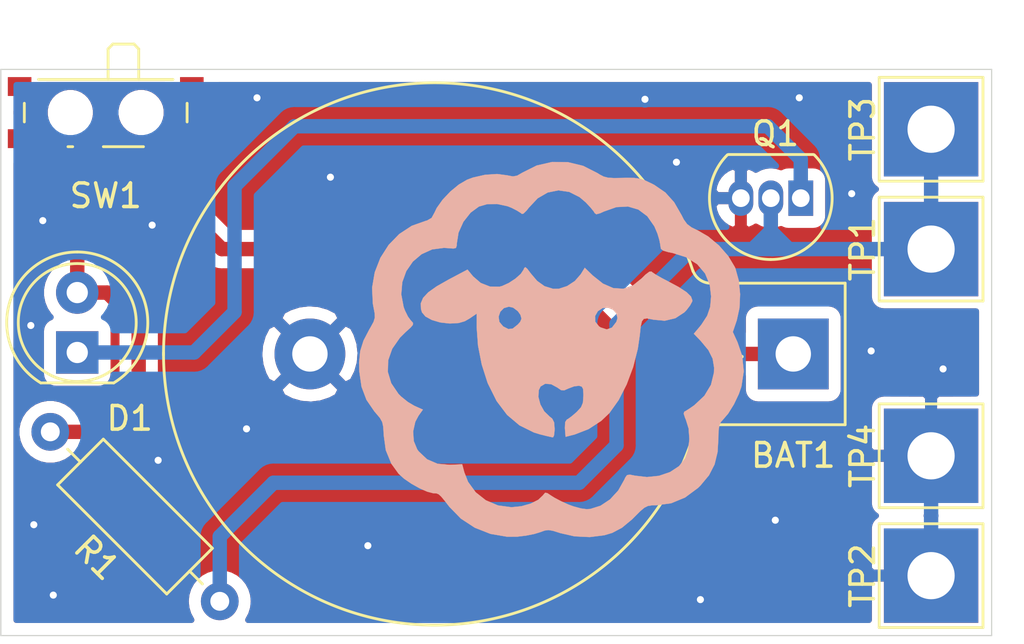
<source format=kicad_pcb>
(kicad_pcb (version 20171130) (host pcbnew "(5.1.4)-1")

  (general
    (thickness 1.6)
    (drawings 4)
    (tracks 58)
    (zones 0)
    (modules 10)
    (nets 7)
  )

  (page A4)
  (layers
    (0 F.Cu signal)
    (31 B.Cu signal)
    (32 B.Adhes user)
    (33 F.Adhes user)
    (34 B.Paste user)
    (35 F.Paste user)
    (36 B.SilkS user)
    (37 F.SilkS user)
    (38 B.Mask user)
    (39 F.Mask user)
    (40 Dwgs.User user)
    (41 Cmts.User user)
    (42 Eco1.User user)
    (43 Eco2.User user)
    (44 Edge.Cuts user)
    (45 Margin user)
    (46 B.CrtYd user)
    (47 F.CrtYd user)
    (48 B.Fab user)
    (49 F.Fab user)
  )

  (setup
    (last_trace_width 0.6096)
    (user_trace_width 0.1524)
    (user_trace_width 0.2032)
    (user_trace_width 0.254)
    (user_trace_width 0.4064)
    (user_trace_width 0.508)
    (user_trace_width 0.6096)
    (user_trace_width 1.016)
    (user_trace_width 1.934)
    (user_trace_width 2.032)
    (user_trace_width 2.54)
    (trace_clearance 0.15)
    (zone_clearance 0.508)
    (zone_45_only no)
    (trace_min 0.1)
    (via_size 0.7)
    (via_drill 0.3)
    (via_min_size 0.6)
    (via_min_drill 0.3)
    (user_via 0.6 0.3)
    (user_via 1.016 0.5)
    (uvia_size 0.3)
    (uvia_drill 0.1)
    (uvias_allowed no)
    (uvia_min_size 0.2)
    (uvia_min_drill 0.1)
    (edge_width 0.05)
    (segment_width 0.2)
    (pcb_text_width 0.3)
    (pcb_text_size 1.5 1.5)
    (mod_edge_width 0.12)
    (mod_text_size 1 1)
    (mod_text_width 0.15)
    (pad_size 1.524 1.524)
    (pad_drill 0.762)
    (pad_to_mask_clearance 0.051)
    (solder_mask_min_width 0.25)
    (aux_axis_origin 0 0)
    (visible_elements FEFFFF7F)
    (pcbplotparams
      (layerselection 0x010fc_ffffffff)
      (usegerberextensions false)
      (usegerberattributes false)
      (usegerberadvancedattributes false)
      (creategerberjobfile false)
      (excludeedgelayer true)
      (linewidth 0.100000)
      (plotframeref false)
      (viasonmask false)
      (mode 1)
      (useauxorigin false)
      (hpglpennumber 1)
      (hpglpenspeed 20)
      (hpglpendiameter 15.000000)
      (psnegative false)
      (psa4output false)
      (plotreference true)
      (plotvalue true)
      (plotinvisibletext false)
      (padsonsilk false)
      (subtractmaskfromsilk false)
      (outputformat 1)
      (mirror false)
      (drillshape 0)
      (scaleselection 1)
      (outputdirectory "./gbr"))
  )

  (net 0 "")
  (net 1 "Net-(BAT1-Pad1)")
  (net 2 GND)
  (net 3 +3V0)
  (net 4 "Net-(D1-Pad1)")
  (net 5 "Net-(Q1-Pad2)")
  (net 6 "Net-(SW1-Pad3)")

  (net_class Default "This is the default net class."
    (clearance 0.15)
    (trace_width 0.254)
    (via_dia 0.7)
    (via_drill 0.3)
    (uvia_dia 0.3)
    (uvia_drill 0.1)
    (add_net +3V0)
    (add_net GND)
    (add_net "Net-(BAT1-Pad1)")
    (add_net "Net-(D1-Pad1)")
    (add_net "Net-(Q1-Pad2)")
    (add_net "Net-(SW1-Pad3)")
  )

  (module logo_custom:sheep (layer B.Cu) (tedit 0) (tstamp 600525AB)
    (at 23.3045 -12.1285 180)
    (fp_text reference G*** (at 0 0) (layer B.SilkS) hide
      (effects (font (size 1.524 1.524) (thickness 0.3)) (justify mirror))
    )
    (fp_text value LOGO (at 0.75 0) (layer B.SilkS) hide
      (effects (font (size 1.524 1.524) (thickness 0.3)) (justify mirror))
    )
    (fp_poly (pts (xy 1.120178 3.448399) (xy 1.143419 3.385346) (xy 1.265201 3.202681) (xy 1.493396 3.000582)
      (xy 1.774997 2.81671) (xy 2.057001 2.688727) (xy 2.163477 2.660574) (xy 2.571022 2.66565)
      (xy 2.961932 2.818457) (xy 3.284689 3.096101) (xy 3.523442 3.38575) (xy 4.322888 2.963284)
      (xy 4.828168 2.676763) (xy 5.184653 2.423681) (xy 5.405442 2.187849) (xy 5.503637 1.953076)
      (xy 5.492339 1.70317) (xy 5.450558 1.569652) (xy 5.304307 1.396854) (xy 5.032988 1.249709)
      (xy 4.680656 1.145407) (xy 4.291363 1.101134) (xy 4.248521 1.100667) (xy 3.899378 1.12126)
      (xy 3.638608 1.196397) (xy 3.440815 1.309782) (xy 3.132667 1.518897) (xy 3.132667 0.925213)
      (xy 3.076619 0.162904) (xy 2.919588 -0.638058) (xy 2.678239 -1.394538) (xy 2.656911 -1.447884)
      (xy 2.289264 -2.18539) (xy 1.844631 -2.773942) (xy 1.31912 -3.217331) (xy 0.708838 -3.519348)
      (xy 0.447841 -3.599419) (xy 0.177091 -3.667184) (xy -0.025801 -3.712894) (xy -0.102455 -3.725333)
      (xy -0.142781 -3.649745) (xy -0.166595 -3.459025) (xy -0.169333 -3.35407) (xy -0.148978 -3.094568)
      (xy -0.069805 -2.935582) (xy 0.040572 -2.845273) (xy 0.269998 -2.623925) (xy 0.433991 -2.330502)
      (xy 0.517256 -2.015676) (xy 0.504497 -1.730117) (xy 0.425768 -1.569266) (xy 0.230633 -1.453979)
      (xy -0.023002 -1.472124) (xy -0.281869 -1.612415) (xy -0.443572 -1.722879) (xy -0.573962 -1.733662)
      (xy -0.760955 -1.651539) (xy -0.764685 -1.649611) (xy -0.998791 -1.562794) (xy -1.204865 -1.53911)
      (xy -1.21223 -1.540028) (xy -1.323698 -1.576922) (xy -1.377302 -1.676378) (xy -1.391607 -1.884165)
      (xy -1.390923 -1.980574) (xy -1.36959 -2.256925) (xy -1.291259 -2.448337) (xy -1.119175 -2.63799)
      (xy -1.087477 -2.667334) (xy -0.889289 -2.836844) (xy -0.730357 -2.951842) (xy -0.68558 -2.974695)
      (xy -0.617092 -3.083199) (xy -0.606151 -3.329585) (xy -0.608025 -3.356159) (xy -0.635 -3.70278)
      (xy -1.021982 -3.604) (xy -1.607174 -3.377574) (xy -2.149593 -3.023852) (xy -2.498255 -2.688763)
      (xy -2.883427 -2.147085) (xy -3.223164 -1.483651) (xy -3.499852 -0.743736) (xy -3.69588 0.027384)
      (xy -3.780053 0.606194) (xy -3.819261 0.970578) (xy -3.868977 1.192788) (xy -3.952278 1.299516)
      (xy -4.092238 1.317455) (xy -4.311933 1.273296) (xy -4.348783 1.264077) (xy -4.83691 1.217723)
      (xy -5.286987 1.323647) (xy -5.291263 1.326438) (xy -2.834802 1.326438) (xy -2.787342 1.169845)
      (xy -2.600349 0.926416) (xy -2.379564 0.848458) (xy -2.118915 0.934393) (xy -2.050839 0.978468)
      (xy -1.892461 1.176169) (xy -1.887829 1.306519) (xy 1.233184 1.306519) (xy 1.289537 1.168744)
      (xy 1.393194 1.054443) (xy 1.602581 0.887747) (xy 1.788239 0.86323) (xy 2.0067 0.973963)
      (xy 2.013161 0.978468) (xy 2.172079 1.168354) (xy 2.204769 1.388621) (xy 2.133726 1.597494)
      (xy 1.981448 1.753196) (xy 1.77043 1.813952) (xy 1.58607 1.771587) (xy 1.387939 1.621781)
      (xy 1.279379 1.46844) (xy 1.233184 1.306519) (xy -1.887829 1.306519) (xy -1.883984 1.414696)
      (xy -2.002789 1.623167) (xy -2.209164 1.75714) (xy -2.436044 1.771057) (xy -2.642938 1.688315)
      (xy -2.789355 1.53231) (xy -2.834802 1.326438) (xy -5.291263 1.326438) (xy -5.669873 1.573555)
      (xy -5.758514 1.66528) (xy -5.912461 1.866438) (xy -6.002055 2.033469) (xy -6.011333 2.07728)
      (xy -5.950793 2.242218) (xy -5.761452 2.428423) (xy -5.431727 2.645057) (xy -5.003636 2.874493)
      (xy -4.696076 3.03581) (xy -4.448407 3.178182) (xy -4.29894 3.279056) (xy -4.274698 3.303567)
      (xy -4.190671 3.29829) (xy -4.02776 3.176701) (xy -3.86613 3.016843) (xy -3.488521 2.712267)
      (xy -3.083775 2.57319) (xy -2.658757 2.599227) (xy -2.22033 2.789994) (xy -1.787216 3.133537)
      (xy -1.447893 3.462838) (xy -1.278463 3.188694) (xy -1.027615 2.901561) (xy -0.699114 2.685962)
      (xy -0.34858 2.571417) (xy -0.110229 2.568654) (xy 0.257003 2.681158) (xy 0.571536 2.905759)
      (xy 0.841576 3.223743) (xy 0.988874 3.417762) (xy 1.071739 3.487293) (xy 1.120178 3.448399)) (layer B.SilkS) (width 0.01))
    (fp_poly (pts (xy 0.590546 7.797271) (xy 1.196296 7.495256) (xy 1.197943 7.49417) (xy 1.417392 7.3678)
      (xy 1.595543 7.334058) (xy 1.821079 7.377038) (xy 1.832943 7.380295) (xy 2.269879 7.437267)
      (xy 2.778536 7.403748) (xy 3.292335 7.286959) (xy 3.540987 7.195053) (xy 3.889931 6.991462)
      (xy 4.251154 6.693287) (xy 4.57893 6.346683) (xy 4.827536 5.997803) (xy 4.921515 5.801549)
      (xy 5.045264 5.575993) (xy 5.235752 5.466397) (xy 5.286334 5.453818) (xy 5.884987 5.241871)
      (xy 6.416071 4.893294) (xy 6.864697 4.432387) (xy 7.215972 3.883451) (xy 7.455007 3.270787)
      (xy 7.56691 2.618695) (xy 7.53679 1.951477) (xy 7.512823 1.820334) (xy 7.459598 1.538945)
      (xy 7.452515 1.346328) (xy 7.504012 1.172367) (xy 7.626526 0.946953) (xy 7.685236 0.848359)
      (xy 7.930893 0.37688) (xy 8.06986 -0.065323) (xy 8.118784 -0.54811) (xy 8.109345 -0.931333)
      (xy 8.015097 -1.583126) (xy 7.805775 -2.137196) (xy 7.465757 -2.632869) (xy 7.406831 -2.699847)
      (xy 7.234741 -2.903776) (xy 7.137881 -3.077416) (xy 7.092872 -3.285783) (xy 7.076333 -3.59389)
      (xy 7.075639 -3.620817) (xy 6.987513 -4.268422) (xy 6.752348 -4.840435) (xy 6.441598 -5.270836)
      (xy 6.21282 -5.477725) (xy 5.901264 -5.691429) (xy 5.557626 -5.884038) (xy 5.232605 -6.027638)
      (xy 4.976898 -6.094319) (xy 4.942815 -6.096) (xy 4.83663 -6.101708) (xy 4.747647 -6.136579)
      (xy 4.645668 -6.227234) (xy 4.500499 -6.400295) (xy 4.290889 -6.670731) (xy 3.804716 -7.169651)
      (xy 3.213047 -7.556931) (xy 2.549154 -7.817971) (xy 1.846309 -7.938174) (xy 1.407692 -7.93573)
      (xy 1.043158 -7.891476) (xy 0.691864 -7.821575) (xy 0.455753 -7.750278) (xy 0.254699 -7.677696)
      (xy 0.092544 -7.6553) (xy -0.094268 -7.685614) (xy -0.369293 -7.771162) (xy -0.409409 -7.784642)
      (xy -1.01549 -7.922159) (xy -1.657317 -7.952924) (xy -2.270992 -7.87719) (xy -2.611849 -7.77589)
      (xy -3.023666 -7.557785) (xy -3.44541 -7.208544) (xy -3.551429 -7.102968) (xy -3.79771 -6.856409)
      (xy -3.974023 -6.70822) (xy -4.126413 -6.633423) (xy -4.300924 -6.607041) (xy -4.471238 -6.604)
      (xy -5.104951 -6.521379) (xy -5.699081 -6.276424) (xy -6.243811 -5.873498) (xy -6.352244 -5.767966)
      (xy -6.714058 -5.333101) (xy -6.950154 -4.875212) (xy -7.077174 -4.350562) (xy -7.112 -3.771066)
      (xy -7.120526 -3.430146) (xy -7.152763 -3.212646) (xy -7.218699 -3.073212) (xy -7.280366 -3.006542)
      (xy -7.526822 -2.719582) (xy -7.771191 -2.326224) (xy -7.979659 -1.886403) (xy -8.088813 -1.573661)
      (xy -8.188345 -0.927246) (xy -8.172473 -0.773075) (xy -6.931272 -0.773075) (xy -6.924293 -0.982419)
      (xy -6.798565 -1.498524) (xy -6.517373 -1.965113) (xy -6.091646 -2.364084) (xy -6.088878 -2.366092)
      (xy -5.87406 -2.51563) (xy -5.711007 -2.618281) (xy -5.663687 -2.64177) (xy -5.644305 -2.72626)
      (xy -5.701761 -2.904922) (xy -5.729995 -2.964496) (xy -5.849391 -3.347339) (xy -5.882829 -3.802415)
      (xy -5.831287 -4.256646) (xy -5.707912 -4.614333) (xy -5.444225 -4.946952) (xy -5.061303 -5.198643)
      (xy -4.594736 -5.357054) (xy -4.080114 -5.409831) (xy -3.583153 -5.351809) (xy -3.358532 -5.308007)
      (xy -3.238323 -5.32813) (xy -3.162989 -5.433751) (xy -3.126953 -5.517126) (xy -2.866894 -5.979459)
      (xy -2.518995 -6.357312) (xy -2.114934 -6.625899) (xy -1.686393 -6.760435) (xy -1.524 -6.771256)
      (xy -1.279538 -6.737197) (xy -0.965635 -6.651629) (xy -0.752895 -6.57401) (xy -0.445638 -6.434797)
      (xy -0.163723 -6.285882) (xy -0.028651 -6.201067) (xy 0.140625 -6.089699) (xy 0.232392 -6.076412)
      (xy 0.304161 -6.157092) (xy 0.316345 -6.176386) (xy 0.520706 -6.371642) (xy 0.844796 -6.534564)
      (xy 1.239562 -6.646465) (xy 1.65595 -6.688659) (xy 1.661108 -6.688666) (xy 2.232409 -6.611813)
      (xy 2.746361 -6.393996) (xy 3.177199 -6.054327) (xy 3.499155 -5.611918) (xy 3.658252 -5.207316)
      (xy 3.748701 -4.868333) (xy 4.266184 -4.891673) (xy 4.794644 -4.846353) (xy 5.234858 -4.657208)
      (xy 5.591253 -4.32214) (xy 5.656538 -4.232044) (xy 5.801275 -3.88153) (xy 5.827257 -3.473342)
      (xy 5.736854 -3.068139) (xy 5.601074 -2.81236) (xy 5.414189 -2.549904) (xy 5.776261 -2.389183)
      (xy 6.051499 -2.226334) (xy 6.336159 -1.996863) (xy 6.451278 -1.881029) (xy 6.756115 -1.431931)
      (xy 6.900327 -0.952642) (xy 6.885913 -0.460172) (xy 6.714872 0.028473) (xy 6.389201 0.496283)
      (xy 6.143346 0.7399) (xy 5.934413 0.928658) (xy 5.836587 1.044539) (xy 5.832841 1.125373)
      (xy 5.906149 1.208991) (xy 5.924643 1.225835) (xy 6.046673 1.391988) (xy 6.173306 1.648422)
      (xy 6.229985 1.79903) (xy 6.331126 2.334611) (xy 6.288393 2.849281) (xy 6.119035 3.320125)
      (xy 5.840301 3.724232) (xy 5.469439 4.038689) (xy 5.023699 4.240584) (xy 4.520328 4.307003)
      (xy 4.350294 4.295947) (xy 4.120697 4.277091) (xy 4.012837 4.304339) (xy 3.980794 4.400021)
      (xy 3.978861 4.476567) (xy 3.903106 4.953366) (xy 3.697303 5.410926) (xy 3.39065 5.800084)
      (xy 3.039636 6.057992) (xy 2.684564 6.161443) (xy 2.25807 6.165096) (xy 1.823613 6.071527)
      (xy 1.648998 6.001502) (xy 1.418115 5.882572) (xy 1.257622 5.780656) (xy 1.219655 5.74437)
      (xy 1.148507 5.760974) (xy 1.018465 5.888105) (xy 0.92184 6.011003) (xy 0.547233 6.408466)
      (xy 0.123021 6.653682) (xy -0.329111 6.74463) (xy -0.787479 6.67929) (xy -1.230397 6.455642)
      (xy -1.488726 6.235596) (xy -1.683902 6.027341) (xy -1.824683 5.855512) (xy -1.871181 5.778634)
      (xy -1.93745 5.731778) (xy -2.097521 5.773821) (xy -2.254232 5.845736) (xy -2.786658 6.03397)
      (xy -3.280039 6.060144) (xy -3.721617 5.929478) (xy -4.098633 5.647193) (xy -4.398328 5.21851)
      (xy -4.528006 4.915375) (xy -4.607642 4.650424) (xy -4.65281 4.424078) (xy -4.656666 4.369061)
      (xy -4.680145 4.263125) (xy -4.775238 4.189766) (xy -4.978928 4.128937) (xy -5.172625 4.089357)
      (xy -5.750284 3.90904) (xy -6.21208 3.61591) (xy -6.548014 3.22123) (xy -6.748091 2.736266)
      (xy -6.803868 2.251473) (xy -6.765878 1.806406) (xy -6.637497 1.428696) (xy -6.39357 1.052844)
      (xy -6.298745 0.936172) (xy -6.072008 0.66671) (xy -6.371008 0.354522) (xy -6.688414 -0.028674)
      (xy -6.868974 -0.389573) (xy -6.931272 -0.773075) (xy -8.172473 -0.773075) (xy -8.120868 -0.271831)
      (xy -7.922746 0.306115) (xy -7.723769 0.740737) (xy -7.89242 1.238202) (xy -8.006379 1.759878)
      (xy -8.032997 2.344815) (xy -7.974783 2.925149) (xy -7.83425 3.433017) (xy -7.809002 3.492565)
      (xy -7.530808 3.957951) (xy -7.13774 4.407185) (xy -6.6807 4.78958) (xy -6.263292 5.031769)
      (xy -5.97182 5.175511) (xy -5.785065 5.316042) (xy -5.647575 5.505105) (xy -5.548851 5.698448)
      (xy -5.236278 6.240842) (xy -4.86411 6.653346) (xy -4.396736 6.973697) (xy -4.295614 7.026568)
      (xy -4.015909 7.158963) (xy -3.787674 7.236165) (xy -3.546896 7.270695) (xy -3.229565 7.275076)
      (xy -3.048 7.270645) (xy -2.683263 7.264991) (xy -2.435199 7.280617) (xy -2.251519 7.327559)
      (xy -2.079937 7.415854) (xy -1.989666 7.473786) (xy -1.376701 7.784033) (xy -0.723787 7.941482)
      (xy -0.05876 7.945954) (xy 0.590546 7.797271)) (layer B.SilkS) (width 0.01))
  )

  (module TestPoint:TestPoint_THTPad_4.0x4.0mm_Drill2.0mm (layer F.Cu) (tedit 5A0F774F) (tstamp 60051152)
    (at 39.4335 -7.62 90)
    (descr "THT rectangular pad as test Point, square 4.0mm  side length, hole diameter 2.0mm")
    (tags "test point THT pad rectangle square")
    (path /60052F42)
    (attr virtual)
    (fp_text reference TP4 (at 0 -2.898 90) (layer F.SilkS)
      (effects (font (size 1 1) (thickness 0.15)))
    )
    (fp_text value Probe2 (at 0 3.1 90) (layer F.Fab)
      (effects (font (size 1 1) (thickness 0.15)))
    )
    (fp_line (start 2.5 2.5) (end -2.5 2.5) (layer F.CrtYd) (width 0.05))
    (fp_line (start 2.5 2.5) (end 2.5 -2.5) (layer F.CrtYd) (width 0.05))
    (fp_line (start -2.5 -2.5) (end -2.5 2.5) (layer F.CrtYd) (width 0.05))
    (fp_line (start -2.5 -2.5) (end 2.5 -2.5) (layer F.CrtYd) (width 0.05))
    (fp_line (start -2.2 2.2) (end -2.2 -2.2) (layer F.SilkS) (width 0.12))
    (fp_line (start 2.2 2.2) (end -2.2 2.2) (layer F.SilkS) (width 0.12))
    (fp_line (start 2.2 -2.2) (end 2.2 2.2) (layer F.SilkS) (width 0.12))
    (fp_line (start -2.2 -2.2) (end 2.2 -2.2) (layer F.SilkS) (width 0.12))
    (fp_text user %R (at 0 -2.9 90) (layer F.Fab)
      (effects (font (size 1 1) (thickness 0.15)))
    )
    (pad 1 thru_hole rect (at 0 0 90) (size 4 4) (drill 2) (layers *.Cu *.Mask)
      (net 2 GND))
  )

  (module TestPoint:TestPoint_THTPad_4.0x4.0mm_Drill2.0mm (layer F.Cu) (tedit 5A0F774F) (tstamp 60051841)
    (at 39.4335 -21.463 90)
    (descr "THT rectangular pad as test Point, square 4.0mm  side length, hole diameter 2.0mm")
    (tags "test point THT pad rectangle square")
    (path /60052D37)
    (attr virtual)
    (fp_text reference TP3 (at 0 -2.898 90) (layer F.SilkS)
      (effects (font (size 1 1) (thickness 0.15)))
    )
    (fp_text value Probe2 (at 0 3.1 90) (layer F.Fab)
      (effects (font (size 1 1) (thickness 0.15)))
    )
    (fp_line (start 2.5 2.5) (end -2.5 2.5) (layer F.CrtYd) (width 0.05))
    (fp_line (start 2.5 2.5) (end 2.5 -2.5) (layer F.CrtYd) (width 0.05))
    (fp_line (start -2.5 -2.5) (end -2.5 2.5) (layer F.CrtYd) (width 0.05))
    (fp_line (start -2.5 -2.5) (end 2.5 -2.5) (layer F.CrtYd) (width 0.05))
    (fp_line (start -2.2 2.2) (end -2.2 -2.2) (layer F.SilkS) (width 0.12))
    (fp_line (start 2.2 2.2) (end -2.2 2.2) (layer F.SilkS) (width 0.12))
    (fp_line (start 2.2 -2.2) (end 2.2 2.2) (layer F.SilkS) (width 0.12))
    (fp_line (start -2.2 -2.2) (end 2.2 -2.2) (layer F.SilkS) (width 0.12))
    (fp_text user %R (at 0 -2.9 90) (layer F.Fab)
      (effects (font (size 1 1) (thickness 0.15)))
    )
    (pad 1 thru_hole rect (at 0 0 90) (size 4 4) (drill 2) (layers *.Cu *.Mask)
      (net 5 "Net-(Q1-Pad2)"))
  )

  (module TestPoint:TestPoint_THTPad_4.0x4.0mm_Drill2.0mm (layer F.Cu) (tedit 5A0F774F) (tstamp 60051136)
    (at 39.4335 -2.54 90)
    (descr "THT rectangular pad as test Point, square 4.0mm  side length, hole diameter 2.0mm")
    (tags "test point THT pad rectangle square")
    (path /6004CE1E)
    (attr virtual)
    (fp_text reference TP2 (at 0 -2.898 90) (layer F.SilkS)
      (effects (font (size 1 1) (thickness 0.15)))
    )
    (fp_text value Probe1 (at 0 3.1 90) (layer F.Fab)
      (effects (font (size 1 1) (thickness 0.15)))
    )
    (fp_line (start 2.5 2.5) (end -2.5 2.5) (layer F.CrtYd) (width 0.05))
    (fp_line (start 2.5 2.5) (end 2.5 -2.5) (layer F.CrtYd) (width 0.05))
    (fp_line (start -2.5 -2.5) (end -2.5 2.5) (layer F.CrtYd) (width 0.05))
    (fp_line (start -2.5 -2.5) (end 2.5 -2.5) (layer F.CrtYd) (width 0.05))
    (fp_line (start -2.2 2.2) (end -2.2 -2.2) (layer F.SilkS) (width 0.12))
    (fp_line (start 2.2 2.2) (end -2.2 2.2) (layer F.SilkS) (width 0.12))
    (fp_line (start 2.2 -2.2) (end 2.2 2.2) (layer F.SilkS) (width 0.12))
    (fp_line (start -2.2 -2.2) (end 2.2 -2.2) (layer F.SilkS) (width 0.12))
    (fp_text user %R (at 0 -2.9 90) (layer F.Fab)
      (effects (font (size 1 1) (thickness 0.15)))
    )
    (pad 1 thru_hole rect (at 0 0 90) (size 4 4) (drill 2) (layers *.Cu *.Mask)
      (net 2 GND))
  )

  (module TestPoint:TestPoint_THTPad_4.0x4.0mm_Drill2.0mm (layer F.Cu) (tedit 5A0F774F) (tstamp 60051128)
    (at 39.4335 -16.383 90)
    (descr "THT rectangular pad as test Point, square 4.0mm  side length, hole diameter 2.0mm")
    (tags "test point THT pad rectangle square")
    (path /6004CAAA)
    (attr virtual)
    (fp_text reference TP1 (at 0 -2.898 90) (layer F.SilkS)
      (effects (font (size 1 1) (thickness 0.15)))
    )
    (fp_text value Probe2 (at 0 3.1 90) (layer F.Fab)
      (effects (font (size 1 1) (thickness 0.15)))
    )
    (fp_line (start 2.5 2.5) (end -2.5 2.5) (layer F.CrtYd) (width 0.05))
    (fp_line (start 2.5 2.5) (end 2.5 -2.5) (layer F.CrtYd) (width 0.05))
    (fp_line (start -2.5 -2.5) (end -2.5 2.5) (layer F.CrtYd) (width 0.05))
    (fp_line (start -2.5 -2.5) (end 2.5 -2.5) (layer F.CrtYd) (width 0.05))
    (fp_line (start -2.2 2.2) (end -2.2 -2.2) (layer F.SilkS) (width 0.12))
    (fp_line (start 2.2 2.2) (end -2.2 2.2) (layer F.SilkS) (width 0.12))
    (fp_line (start 2.2 -2.2) (end 2.2 2.2) (layer F.SilkS) (width 0.12))
    (fp_line (start -2.2 -2.2) (end 2.2 -2.2) (layer F.SilkS) (width 0.12))
    (fp_text user %R (at 0 -2.9 90) (layer F.Fab)
      (effects (font (size 1 1) (thickness 0.15)))
    )
    (pad 1 thru_hole rect (at 0 0 90) (size 4 4) (drill 2) (layers *.Cu *.Mask)
      (net 5 "Net-(Q1-Pad2)"))
  )

  (module Button_Switch_SMD:SW_SPDT_PCM12 (layer F.Cu) (tedit 5A02FC95) (tstamp 6005111A)
    (at 4.445 -21.844 180)
    (descr "Ultraminiature Surface Mount Slide Switch, right-angle, https://www.ckswitches.com/media/1424/pcm.pdf")
    (path /5FE9A194)
    (attr smd)
    (fp_text reference SW1 (at 0 -3.2) (layer F.SilkS)
      (effects (font (size 1 1) (thickness 0.15)))
    )
    (fp_text value SW_SPDT (at 0 4.25) (layer F.Fab)
      (effects (font (size 1 1) (thickness 0.15)))
    )
    (fp_line (start 3.45 0.72) (end 3.45 -0.07) (layer F.SilkS) (width 0.12))
    (fp_line (start -3.45 -0.07) (end -3.45 0.72) (layer F.SilkS) (width 0.12))
    (fp_line (start -1.6 -1.12) (end 0.1 -1.12) (layer F.SilkS) (width 0.12))
    (fp_line (start -2.85 1.73) (end 2.85 1.73) (layer F.SilkS) (width 0.12))
    (fp_line (start -0.1 3.02) (end -0.1 1.73) (layer F.SilkS) (width 0.12))
    (fp_line (start -1.2 3.23) (end -0.3 3.23) (layer F.SilkS) (width 0.12))
    (fp_line (start -1.4 1.73) (end -1.4 3.02) (layer F.SilkS) (width 0.12))
    (fp_line (start -0.1 3.02) (end -0.3 3.23) (layer F.SilkS) (width 0.12))
    (fp_line (start -1.4 3.02) (end -1.2 3.23) (layer F.SilkS) (width 0.12))
    (fp_line (start -4.4 2.1) (end -4.4 -2.45) (layer F.CrtYd) (width 0.05))
    (fp_line (start -1.65 2.1) (end -4.4 2.1) (layer F.CrtYd) (width 0.05))
    (fp_line (start -1.65 3.4) (end -1.65 2.1) (layer F.CrtYd) (width 0.05))
    (fp_line (start 1.65 3.4) (end -1.65 3.4) (layer F.CrtYd) (width 0.05))
    (fp_line (start 1.65 2.1) (end 1.65 3.4) (layer F.CrtYd) (width 0.05))
    (fp_line (start 4.4 2.1) (end 1.65 2.1) (layer F.CrtYd) (width 0.05))
    (fp_line (start 4.4 -2.45) (end 4.4 2.1) (layer F.CrtYd) (width 0.05))
    (fp_line (start -4.4 -2.45) (end 4.4 -2.45) (layer F.CrtYd) (width 0.05))
    (fp_line (start 1.4 -1.12) (end 1.6 -1.12) (layer F.SilkS) (width 0.12))
    (fp_line (start 3.35 -1) (end -3.35 -1) (layer F.Fab) (width 0.1))
    (fp_line (start 3.35 1.6) (end 3.35 -1) (layer F.Fab) (width 0.1))
    (fp_line (start -3.35 1.6) (end 3.35 1.6) (layer F.Fab) (width 0.1))
    (fp_line (start -3.35 -1) (end -3.35 1.6) (layer F.Fab) (width 0.1))
    (fp_line (start -0.1 2.9) (end -0.1 1.6) (layer F.Fab) (width 0.1))
    (fp_line (start -0.15 2.95) (end -0.1 2.9) (layer F.Fab) (width 0.1))
    (fp_line (start -0.35 3.15) (end -0.15 2.95) (layer F.Fab) (width 0.1))
    (fp_line (start -1.2 3.15) (end -0.35 3.15) (layer F.Fab) (width 0.1))
    (fp_line (start -1.4 2.95) (end -1.2 3.15) (layer F.Fab) (width 0.1))
    (fp_line (start -1.4 1.65) (end -1.4 2.95) (layer F.Fab) (width 0.1))
    (fp_text user %R (at 0 -3.2) (layer F.Fab)
      (effects (font (size 1 1) (thickness 0.15)))
    )
    (pad "" smd rect (at -3.65 -0.78 180) (size 1 0.8) (layers F.Cu F.Paste F.Mask))
    (pad "" smd rect (at 3.65 -0.78 180) (size 1 0.8) (layers F.Cu F.Paste F.Mask))
    (pad "" smd rect (at 3.65 1.43 180) (size 1 0.8) (layers F.Cu F.Paste F.Mask))
    (pad "" smd rect (at -3.65 1.43 180) (size 1 0.8) (layers F.Cu F.Paste F.Mask))
    (pad 3 smd rect (at 2.25 -1.43 180) (size 0.7 1.5) (layers F.Cu F.Paste F.Mask)
      (net 6 "Net-(SW1-Pad3)"))
    (pad 2 smd rect (at 0.75 -1.43 180) (size 0.7 1.5) (layers F.Cu F.Paste F.Mask)
      (net 3 +3V0))
    (pad 1 smd rect (at -2.25 -1.43 180) (size 0.7 1.5) (layers F.Cu F.Paste F.Mask)
      (net 1 "Net-(BAT1-Pad1)"))
    (pad "" np_thru_hole circle (at 1.5 0.33 180) (size 0.9 0.9) (drill 0.9) (layers *.Cu *.Mask))
    (pad "" np_thru_hole circle (at -1.5 0.33 180) (size 0.9 0.9) (drill 0.9) (layers *.Cu *.Mask))
    (model ${KISYS3DMOD}/Button_Switch_SMD.3dshapes/SW_SPDT_PCM12.wrl
      (at (xyz 0 0 0))
      (scale (xyz 1 1 1))
      (rotate (xyz 0 0 0))
    )
  )

  (module Resistor_THT:R_Axial_DIN0207_L6.3mm_D2.5mm_P10.16mm_Horizontal (layer F.Cu) (tedit 5AE5139B) (tstamp 600510F0)
    (at 2.0955 -8.636 315)
    (descr "Resistor, Axial_DIN0207 series, Axial, Horizontal, pin pitch=10.16mm, 0.25W = 1/4W, length*diameter=6.3*2.5mm^2, http://cdn-reichelt.de/documents/datenblatt/B400/1_4W%23YAG.pdf")
    (tags "Resistor Axial_DIN0207 series Axial Horizontal pin pitch 10.16mm 0.25W = 1/4W length 6.3mm diameter 2.5mm")
    (path /5FE922AF)
    (fp_text reference R1 (at 5.163647 2.379768 135) (layer F.SilkS)
      (effects (font (size 1 1) (thickness 0.15)))
    )
    (fp_text value 220K (at 5.08 2.37 135) (layer F.Fab)
      (effects (font (size 1 1) (thickness 0.15)))
    )
    (fp_text user %R (at 5.08 0 135) (layer F.Fab)
      (effects (font (size 1 1) (thickness 0.15)))
    )
    (fp_line (start 11.21 -1.5) (end -1.05 -1.5) (layer F.CrtYd) (width 0.05))
    (fp_line (start 11.21 1.5) (end 11.21 -1.5) (layer F.CrtYd) (width 0.05))
    (fp_line (start -1.05 1.5) (end 11.21 1.5) (layer F.CrtYd) (width 0.05))
    (fp_line (start -1.05 -1.5) (end -1.05 1.5) (layer F.CrtYd) (width 0.05))
    (fp_line (start 9.12 0) (end 8.35 0) (layer F.SilkS) (width 0.12))
    (fp_line (start 1.04 0) (end 1.81 0) (layer F.SilkS) (width 0.12))
    (fp_line (start 8.35 -1.37) (end 1.81 -1.37) (layer F.SilkS) (width 0.12))
    (fp_line (start 8.35 1.37) (end 8.35 -1.37) (layer F.SilkS) (width 0.12))
    (fp_line (start 1.81 1.37) (end 8.35 1.37) (layer F.SilkS) (width 0.12))
    (fp_line (start 1.81 -1.37) (end 1.81 1.37) (layer F.SilkS) (width 0.12))
    (fp_line (start 10.16 0) (end 8.23 0) (layer F.Fab) (width 0.1))
    (fp_line (start 0 0) (end 1.93 0) (layer F.Fab) (width 0.1))
    (fp_line (start 8.23 -1.25) (end 1.93 -1.25) (layer F.Fab) (width 0.1))
    (fp_line (start 8.23 1.25) (end 8.23 -1.25) (layer F.Fab) (width 0.1))
    (fp_line (start 1.93 1.25) (end 8.23 1.25) (layer F.Fab) (width 0.1))
    (fp_line (start 1.93 -1.25) (end 1.93 1.25) (layer F.Fab) (width 0.1))
    (pad 2 thru_hole oval (at 10.16 0 315) (size 1.6 1.6) (drill 0.8) (layers *.Cu *.Mask)
      (net 5 "Net-(Q1-Pad2)"))
    (pad 1 thru_hole circle (at 0 0 315) (size 1.6 1.6) (drill 0.8) (layers *.Cu *.Mask)
      (net 3 +3V0))
    (model ${KISYS3DMOD}/Resistor_THT.3dshapes/R_Axial_DIN0207_L6.3mm_D2.5mm_P10.16mm_Horizontal.wrl
      (at (xyz 0 0 0))
      (scale (xyz 1 1 1))
      (rotate (xyz 0 0 0))
    )
  )

  (module Package_TO_SOT_THT:TO-92_Inline (layer F.Cu) (tedit 5A1DD157) (tstamp 600510D9)
    (at 33.909 -18.542 180)
    (descr "TO-92 leads in-line, narrow, oval pads, drill 0.75mm (see NXP sot054_po.pdf)")
    (tags "to-92 sc-43 sc-43a sot54 PA33 transistor")
    (path /5FE8C080)
    (fp_text reference Q1 (at 1.0795 2.7305) (layer F.SilkS)
      (effects (font (size 1 1) (thickness 0.15)))
    )
    (fp_text value BC547 (at 1.27 2.79) (layer F.Fab)
      (effects (font (size 1 1) (thickness 0.15)))
    )
    (fp_arc (start 1.27 0) (end 1.27 -2.6) (angle 135) (layer F.SilkS) (width 0.12))
    (fp_arc (start 1.27 0) (end 1.27 -2.48) (angle -135) (layer F.Fab) (width 0.1))
    (fp_arc (start 1.27 0) (end 1.27 -2.6) (angle -135) (layer F.SilkS) (width 0.12))
    (fp_arc (start 1.27 0) (end 1.27 -2.48) (angle 135) (layer F.Fab) (width 0.1))
    (fp_line (start 4 2.01) (end -1.46 2.01) (layer F.CrtYd) (width 0.05))
    (fp_line (start 4 2.01) (end 4 -2.73) (layer F.CrtYd) (width 0.05))
    (fp_line (start -1.46 -2.73) (end -1.46 2.01) (layer F.CrtYd) (width 0.05))
    (fp_line (start -1.46 -2.73) (end 4 -2.73) (layer F.CrtYd) (width 0.05))
    (fp_line (start -0.5 1.75) (end 3 1.75) (layer F.Fab) (width 0.1))
    (fp_line (start -0.53 1.85) (end 3.07 1.85) (layer F.SilkS) (width 0.12))
    (fp_text user %R (at 1.27 -3.56) (layer F.Fab)
      (effects (font (size 1 1) (thickness 0.15)))
    )
    (pad 1 thru_hole rect (at 0 0 180) (size 1.05 1.5) (drill 0.75) (layers *.Cu *.Mask)
      (net 4 "Net-(D1-Pad1)"))
    (pad 3 thru_hole oval (at 2.54 0 180) (size 1.05 1.5) (drill 0.75) (layers *.Cu *.Mask)
      (net 2 GND))
    (pad 2 thru_hole oval (at 1.27 0 180) (size 1.05 1.5) (drill 0.75) (layers *.Cu *.Mask)
      (net 5 "Net-(Q1-Pad2)"))
    (model ${KISYS3DMOD}/Package_TO_SOT_THT.3dshapes/TO-92_Inline.wrl
      (at (xyz 0 0 0))
      (scale (xyz 1 1 1))
      (rotate (xyz 0 0 0))
    )
  )

  (module LED_THT:LED_D5.0mm (layer F.Cu) (tedit 5995936A) (tstamp 6005186C)
    (at 3.2385 -12 90)
    (descr "LED, diameter 5.0mm, 2 pins, http://cdn-reichelt.de/documents/datenblatt/A500/LL-504BC2E-009.pdf")
    (tags "LED diameter 5.0mm 2 pins")
    (path /5FE8D472)
    (fp_text reference D1 (at -2.7925 2.2225 180) (layer F.SilkS)
      (effects (font (size 1 1) (thickness 0.15)))
    )
    (fp_text value LED (at 1.27 3.96 90) (layer F.Fab)
      (effects (font (size 1 1) (thickness 0.15)))
    )
    (fp_text user %R (at 1.25 0 90) (layer F.Fab)
      (effects (font (size 0.8 0.8) (thickness 0.2)))
    )
    (fp_line (start 4.5 -3.25) (end -1.95 -3.25) (layer F.CrtYd) (width 0.05))
    (fp_line (start 4.5 3.25) (end 4.5 -3.25) (layer F.CrtYd) (width 0.05))
    (fp_line (start -1.95 3.25) (end 4.5 3.25) (layer F.CrtYd) (width 0.05))
    (fp_line (start -1.95 -3.25) (end -1.95 3.25) (layer F.CrtYd) (width 0.05))
    (fp_line (start -1.29 -1.545) (end -1.29 1.545) (layer F.SilkS) (width 0.12))
    (fp_line (start -1.23 -1.469694) (end -1.23 1.469694) (layer F.Fab) (width 0.1))
    (fp_circle (center 1.27 0) (end 3.77 0) (layer F.SilkS) (width 0.12))
    (fp_circle (center 1.27 0) (end 3.77 0) (layer F.Fab) (width 0.1))
    (fp_arc (start 1.27 0) (end -1.29 1.54483) (angle -148.9) (layer F.SilkS) (width 0.12))
    (fp_arc (start 1.27 0) (end -1.29 -1.54483) (angle 148.9) (layer F.SilkS) (width 0.12))
    (fp_arc (start 1.27 0) (end -1.23 -1.469694) (angle 299.1) (layer F.Fab) (width 0.1))
    (pad 2 thru_hole circle (at 2.54 0 90) (size 1.8 1.8) (drill 0.9) (layers *.Cu *.Mask)
      (net 3 +3V0))
    (pad 1 thru_hole rect (at 0 0 90) (size 1.8 1.8) (drill 0.9) (layers *.Cu *.Mask)
      (net 4 "Net-(D1-Pad1)"))
    (model ${KISYS3DMOD}/LED_THT.3dshapes/LED_D5.0mm.wrl
      (at (xyz 0 0 0))
      (scale (xyz 1 1 1))
      (rotate (xyz 0 0 0))
    )
  )

  (module Battery:BatteryHolder_Keystone_103_1x20mm (layer F.Cu) (tedit 5787C32C) (tstamp 600516CB)
    (at 33.5915 -11.938 180)
    (descr http://www.keyelco.com/product-pdf.cfm?p=719)
    (tags "Keystone type 103 battery holder")
    (path /5FE8A885)
    (fp_text reference BAT1 (at 0 -4.3) (layer F.SilkS)
      (effects (font (size 1 1) (thickness 0.15)))
    )
    (fp_text value CR2032 (at 15 13) (layer F.Fab)
      (effects (font (size 1 1) (thickness 0.15)))
    )
    (fp_arc (start -1.7 -2.5) (end -2.1 -2.5) (angle 90) (layer F.Fab) (width 0.1))
    (fp_arc (start -1.7 2.5) (end -2.1 2.5) (angle -90) (layer F.Fab) (width 0.1))
    (fp_line (start 0 -1.3) (end 0 1.3) (layer F.Fab) (width 0.1))
    (fp_arc (start 16.2 0) (end 16.2 -1.3) (angle 180) (layer F.Fab) (width 0.1))
    (fp_arc (start 3.5 -3.8) (end 3.5 -2.9) (angle -70) (layer F.Fab) (width 0.1))
    (fp_line (start 16.2 -1.3) (end 0 -1.3) (layer F.Fab) (width 0.1))
    (fp_line (start 0 1.3) (end 16.2 1.3) (layer F.Fab) (width 0.1))
    (fp_line (start -2.1 -2.5) (end -2.1 2.5) (layer F.Fab) (width 0.1))
    (fp_line (start -1.7 2.9) (end 3.5306 2.9) (layer F.Fab) (width 0.1))
    (fp_line (start 3.5306 -2.9) (end -1.7 -2.9) (layer F.Fab) (width 0.1))
    (fp_arc (start 15.2 0) (end 5.2 -1.3) (angle 180) (layer F.Fab) (width 0.1))
    (fp_arc (start 15.2 0) (end 9 -1.3) (angle 170) (layer F.Fab) (width 0.1))
    (fp_arc (start 15.2 0) (end 13.3 -1.3) (angle 150) (layer F.Fab) (width 0.1))
    (fp_line (start 23.5712 -7.7216) (end 22.6314 -6.858) (layer F.Fab) (width 0.1))
    (fp_line (start 23.5712 7.7216) (end 22.6568 6.8834) (layer F.Fab) (width 0.1))
    (fp_arc (start 15.2 0) (end 13.3 1.3) (angle -150) (layer F.Fab) (width 0.1))
    (fp_arc (start 15.2 0) (end 9 1.3) (angle -170) (layer F.Fab) (width 0.1))
    (fp_line (start -2.2 3) (end 3.5 3) (layer F.SilkS) (width 0.12))
    (fp_line (start -2.2 3) (end -2.2 -3) (layer F.SilkS) (width 0.12))
    (fp_line (start -2.2 -3) (end 3.5 -3) (layer F.SilkS) (width 0.12))
    (fp_line (start -2.45 3.25) (end -2.45 -3.25) (layer F.CrtYd) (width 0.05))
    (fp_line (start -2.45 3.25) (end 3.5 3.25) (layer F.CrtYd) (width 0.05))
    (fp_line (start -2.45 -3.25) (end 3.5 -3.25) (layer F.CrtYd) (width 0.05))
    (fp_arc (start 15.2 0) (end 5.2 1.3) (angle -180) (layer F.Fab) (width 0.1))
    (fp_arc (start 15.2 0) (end 4.35 -3.5) (angle 162.5) (layer F.Fab) (width 0.1))
    (fp_arc (start 15.2 0) (end 4.35 3.5) (angle -162.5) (layer F.Fab) (width 0.1))
    (fp_arc (start 3.5 3.8) (end 3.5 2.9) (angle 70) (layer F.Fab) (width 0.1))
    (fp_arc (start 3.5 -3.8) (end 3.5 -3) (angle -70) (layer F.SilkS) (width 0.12))
    (fp_arc (start 15.2 0) (end 4.25 -3.5) (angle 162.5) (layer F.SilkS) (width 0.12))
    (fp_arc (start 3.5 3.8) (end 3.5 3) (angle 70) (layer F.SilkS) (width 0.12))
    (fp_arc (start 15.2 0) (end 4.25 3.5) (angle -162.5) (layer F.SilkS) (width 0.12))
    (fp_arc (start 3.5 -3.8) (end 3.5 -3.25) (angle -70) (layer F.CrtYd) (width 0.05))
    (fp_arc (start 3.5 3.8) (end 3.5 3.25) (angle 70) (layer F.CrtYd) (width 0.05))
    (fp_arc (start 15.2 0) (end 4.01 -3.6) (angle 162.5) (layer F.CrtYd) (width 0.05))
    (fp_arc (start 15.2 0) (end 4.01 3.6) (angle -162.5) (layer F.CrtYd) (width 0.05))
    (fp_text user %R (at 0 0) (layer F.Fab)
      (effects (font (size 1 1) (thickness 0.15)))
    )
    (fp_text user + (at 2.75 0) (layer F.SilkS)
      (effects (font (size 1.5 1.5) (thickness 0.15)))
    )
    (pad 1 thru_hole rect (at 0 0 180) (size 3 3) (drill 1.5) (layers *.Cu *.Mask)
      (net 1 "Net-(BAT1-Pad1)"))
    (pad 2 thru_hole circle (at 20.49 0 180) (size 3 3) (drill 1.5) (layers *.Cu *.Mask)
      (net 2 GND))
    (model ${KISYS3DMOD}/Battery.3dshapes/BatteryHolder_Keystone_103_1x20mm.wrl
      (at (xyz 0 0 0))
      (scale (xyz 1 1 1))
      (rotate (xyz 0 0 0))
    )
  )

  (gr_line (start 42 0) (end 42 -24) (layer Edge.Cuts) (width 0.05) (tstamp 6005198E))
  (gr_line (start 0 -24) (end 42 -24) (layer Edge.Cuts) (width 0.05) (tstamp 6005192E))
  (gr_line (start 0 0) (end 0 -24) (layer Edge.Cuts) (width 0.05) (tstamp 6005191B))
  (gr_line (start 0 0) (end 42 0) (layer Edge.Cuts) (width 0.05))

  (segment (start 6.695 -19.0544) (end 9.3664 -16.383) (width 0.6096) (layer F.Cu) (net 1))
  (segment (start 6.695 -20.414) (end 6.695 -19.0544) (width 0.6096) (layer F.Cu) (net 1))
  (segment (start 9.3664 -16.383) (end 24.0665 -16.383) (width 0.6096) (layer F.Cu) (net 1))
  (segment (start 28.5115 -11.938) (end 33.5915 -11.938) (width 0.6096) (layer F.Cu) (net 1))
  (segment (start 24.0665 -16.383) (end 28.5115 -11.938) (width 0.6096) (layer F.Cu) (net 1))
  (segment (start 39.4335 -7.62) (end 39.4335 -2.54) (width 0.6096) (layer B.Cu) (net 2))
  (via (at 1.397 -4.699) (size 0.7) (drill 0.3) (layers F.Cu B.Cu) (net 2))
  (via (at 2.2225 -1.7145) (size 0.7) (drill 0.3) (layers F.Cu B.Cu) (net 2))
  (via (at 10.414 -8.763) (size 0.7) (drill 0.3) (layers F.Cu B.Cu) (net 2))
  (via (at 15.5575 -3.81) (size 0.7) (drill 0.3) (layers F.Cu B.Cu) (net 2))
  (via (at 29.6545 -1.524) (size 0.7) (drill 0.3) (layers F.Cu B.Cu) (net 2))
  (via (at 32.8295 -4.8895) (size 0.7) (drill 0.3) (layers F.Cu B.Cu) (net 2))
  (via (at 39.9415 -11.303) (size 0.7) (drill 0.3) (layers F.Cu B.Cu) (net 2))
  (via (at 36.8935 -12.065) (size 0.7) (drill 0.3) (layers F.Cu B.Cu) (net 2))
  (via (at 28.6385 -20.066) (size 0.7) (drill 0.3) (layers F.Cu B.Cu) (net 2))
  (via (at 36.068 -18.7325) (size 0.7) (drill 0.3) (layers F.Cu B.Cu) (net 2))
  (via (at 27.305 -22.733) (size 0.7) (drill 0.3) (layers F.Cu B.Cu) (net 2))
  (via (at 33.8455 -22.7965) (size 0.7) (drill 0.3) (layers F.Cu B.Cu) (net 2))
  (via (at 13.97 -19.431) (size 0.7) (drill 0.3) (layers F.Cu B.Cu) (net 2))
  (via (at 10.8585 -22.7965) (size 0.7) (drill 0.3) (layers F.Cu B.Cu) (net 2))
  (via (at 6.4135 -17.399) (size 0.7) (drill 0.3) (layers F.Cu B.Cu) (net 2))
  (via (at 1.778 -17.5895) (size 0.7) (drill 0.3) (layers F.Cu B.Cu) (net 2))
  (via (at 6.6675 -7.4295) (size 0.7) (drill 0.3) (layers F.Cu B.Cu) (net 2))
  (via (at 1.27 -13.1445) (size 0.7) (drill 0.3) (layers F.Cu B.Cu) (net 2))
  (segment (start 3.695 -19.0544) (end 3.683 -19.0424) (width 0.6096) (layer F.Cu) (net 3))
  (segment (start 3.695 -20.414) (end 3.695 -19.0544) (width 0.6096) (layer F.Cu) (net 3))
  (segment (start 3.683 -19.0424) (end 3.683 -16.51) (width 0.6096) (layer F.Cu) (net 3))
  (segment (start 3.2385 -16.0655) (end 3.2385 -14.54) (width 0.6096) (layer F.Cu) (net 3))
  (segment (start 3.683 -16.51) (end 3.2385 -16.0655) (width 0.6096) (layer F.Cu) (net 3))
  (segment (start 4.511292 -14.54) (end 3.2385 -14.54) (width 0.6096) (layer F.Cu) (net 3))
  (segment (start 5.842 -13.209292) (end 4.511292 -14.54) (width 0.6096) (layer F.Cu) (net 3))
  (segment (start 5.842 -9.652) (end 5.842 -13.209292) (width 0.6096) (layer F.Cu) (net 3))
  (segment (start 2.0955 -8.636) (end 4.826 -8.636) (width 0.6096) (layer F.Cu) (net 3))
  (segment (start 4.826 -8.636) (end 5.842 -9.652) (width 0.6096) (layer F.Cu) (net 3))
  (segment (start 3.2385 -12) (end 8.19 -12) (width 0.6096) (layer B.Cu) (net 4))
  (segment (start 8.19 -12) (end 9.906 -13.716) (width 0.6096) (layer B.Cu) (net 4))
  (segment (start 9.906 -13.716) (end 9.906 -19.05) (width 0.6096) (layer B.Cu) (net 4))
  (segment (start 9.906 -19.05) (end 12.446 -21.59) (width 0.6096) (layer B.Cu) (net 4))
  (segment (start 12.446 -21.59) (end 32.512 -21.59) (width 0.6096) (layer B.Cu) (net 4))
  (segment (start 33.909 -20.193) (end 33.909 -18.542) (width 0.6096) (layer B.Cu) (net 4))
  (segment (start 32.512 -21.59) (end 33.909 -20.193) (width 0.6096) (layer B.Cu) (net 4))
  (segment (start 26.0985 -13.208) (end 29.2735 -16.383) (width 0.6096) (layer B.Cu) (net 5))
  (segment (start 32.639 -16.4465) (end 32.7025 -16.383) (width 0.6096) (layer B.Cu) (net 5))
  (segment (start 32.004 -16.51) (end 32.639 -17.145) (width 0.6096) (layer B.Cu) (net 5))
  (segment (start 32.004 -16.383) (end 32.004 -16.51) (width 0.6096) (layer B.Cu) (net 5))
  (segment (start 32.639 -17.145) (end 32.639 -16.4465) (width 0.6096) (layer B.Cu) (net 5))
  (segment (start 32.639 -18.542) (end 32.639 -17.145) (width 0.6096) (layer B.Cu) (net 5))
  (segment (start 32.004 -16.383) (end 32.7025 -16.383) (width 0.6096) (layer B.Cu) (net 5))
  (segment (start 29.2735 -16.383) (end 32.004 -16.383) (width 0.6096) (layer B.Cu) (net 5))
  (segment (start 33.401 -16.383) (end 32.639 -17.145) (width 0.6096) (layer B.Cu) (net 5))
  (segment (start 33.401 -16.383) (end 39.4335 -16.383) (width 0.6096) (layer B.Cu) (net 5))
  (segment (start 32.7025 -16.383) (end 33.401 -16.383) (width 0.6096) (layer B.Cu) (net 5))
  (segment (start 39.4335 -16.383) (end 39.4335 -21.463) (width 0.6096) (layer B.Cu) (net 5))
  (segment (start 9.279705 -1.451795) (end 9.279705 -4.199705) (width 0.6096) (layer B.Cu) (net 5))
  (segment (start 9.279705 -4.199705) (end 11.557 -6.477) (width 0.6096) (layer B.Cu) (net 5))
  (segment (start 24.511 -6.477) (end 26.0985 -8.0645) (width 0.6096) (layer B.Cu) (net 5))
  (segment (start 11.557 -6.477) (end 24.511 -6.477) (width 0.6096) (layer B.Cu) (net 5))
  (segment (start 26.0985 -8.0645) (end 26.0985 -13.208) (width 0.6096) (layer B.Cu) (net 5))

  (zone (net 2) (net_name GND) (layer F.Cu) (tstamp 60052730) (hatch edge 0.508)
    (connect_pads (clearance 0.508))
    (min_thickness 0.254)
    (fill yes (arc_segments 32) (thermal_gap 0.508) (thermal_bridge_width 0.508))
    (polygon
      (pts
        (xy 0 -24.003) (xy 41.9735 -24.003) (xy 41.9735 -0.0635) (xy 0 0)
      )
    )
    (filled_polygon
      (pts
        (xy 6.956928 -22.874) (xy 6.969188 -22.749518) (xy 7.005498 -22.62982) (xy 7.064463 -22.519506) (xy 7.143815 -22.422815)
        (xy 7.240506 -22.343463) (xy 7.35082 -22.284498) (xy 7.470518 -22.248188) (xy 7.595 -22.235928) (xy 8.595 -22.235928)
        (xy 8.719482 -22.248188) (xy 8.83918 -22.284498) (xy 8.949494 -22.343463) (xy 9.046185 -22.422815) (xy 9.125537 -22.519506)
        (xy 9.184502 -22.62982) (xy 9.220812 -22.749518) (xy 9.233072 -22.874) (xy 9.233072 -23.34) (xy 36.795428 -23.34)
        (xy 36.795428 -19.463) (xy 36.807688 -19.338518) (xy 36.843998 -19.21882) (xy 36.902963 -19.108506) (xy 36.982315 -19.011815)
        (xy 37.079006 -18.932463) (xy 37.09671 -18.923) (xy 37.079006 -18.913537) (xy 36.982315 -18.834185) (xy 36.902963 -18.737494)
        (xy 36.843998 -18.62718) (xy 36.807688 -18.507482) (xy 36.795428 -18.383) (xy 36.795428 -14.383) (xy 36.807688 -14.258518)
        (xy 36.843998 -14.13882) (xy 36.902963 -14.028506) (xy 36.982315 -13.931815) (xy 37.079006 -13.852463) (xy 37.18932 -13.793498)
        (xy 37.309018 -13.757188) (xy 37.4335 -13.744928) (xy 41.340001 -13.744928) (xy 41.34 -10.257904) (xy 39.71925 -10.255)
        (xy 39.5605 -10.09625) (xy 39.5605 -7.747) (xy 39.5805 -7.747) (xy 39.5805 -7.493) (xy 39.5605 -7.493)
        (xy 39.5605 -5.14375) (xy 39.62425 -5.08) (xy 39.5605 -5.01625) (xy 39.5605 -2.667) (xy 39.5805 -2.667)
        (xy 39.5805 -2.413) (xy 39.5605 -2.413) (xy 39.5605 -2.393) (xy 39.3065 -2.393) (xy 39.3065 -2.413)
        (xy 36.95725 -2.413) (xy 36.7985 -2.25425) (xy 36.795643 -0.66) (xy 10.483611 -0.66) (xy 10.611887 -0.899987)
        (xy 10.693941 -1.170486) (xy 10.721648 -1.451795) (xy 10.693941 -1.733104) (xy 10.611887 -2.003603) (xy 10.478637 -2.252896)
        (xy 10.299313 -2.471403) (xy 10.080806 -2.650727) (xy 9.831513 -2.783977) (xy 9.561014 -2.866031) (xy 9.350197 -2.886795)
        (xy 9.209213 -2.886795) (xy 8.998396 -2.866031) (xy 8.727897 -2.783977) (xy 8.478604 -2.650727) (xy 8.260097 -2.471403)
        (xy 8.080773 -2.252896) (xy 7.947523 -2.003603) (xy 7.865469 -1.733104) (xy 7.837762 -1.451795) (xy 7.865469 -1.170486)
        (xy 7.947523 -0.899987) (xy 8.075799 -0.66) (xy 0.66 -0.66) (xy 0.66 -5.62) (xy 36.795428 -5.62)
        (xy 36.807688 -5.495518) (xy 36.843998 -5.37582) (xy 36.902963 -5.265506) (xy 36.982315 -5.168815) (xy 37.079006 -5.089463)
        (xy 37.09671 -5.08) (xy 37.079006 -5.070537) (xy 36.982315 -4.991185) (xy 36.902963 -4.894494) (xy 36.843998 -4.78418)
        (xy 36.807688 -4.664482) (xy 36.795428 -4.54) (xy 36.7985 -2.82575) (xy 36.95725 -2.667) (xy 39.3065 -2.667)
        (xy 39.3065 -5.01625) (xy 39.24275 -5.08) (xy 39.3065 -5.14375) (xy 39.3065 -7.493) (xy 36.95725 -7.493)
        (xy 36.7985 -7.33425) (xy 36.795428 -5.62) (xy 0.66 -5.62) (xy 0.66 -20.025928) (xy 1.206928 -20.025928)
        (xy 1.206928 -19.664) (xy 1.219188 -19.539518) (xy 1.255498 -19.41982) (xy 1.314463 -19.309506) (xy 1.393815 -19.212815)
        (xy 1.490506 -19.133463) (xy 1.60082 -19.074498) (xy 1.720518 -19.038188) (xy 1.845 -19.025928) (xy 2.545 -19.025928)
        (xy 2.669482 -19.038188) (xy 2.740357 -19.059688) (xy 2.738654 -19.0424) (xy 2.7432 -18.996242) (xy 2.743201 -16.899277)
        (xy 2.606614 -16.762691) (xy 2.570746 -16.733254) (xy 2.453304 -16.590151) (xy 2.366037 -16.426885) (xy 2.312298 -16.249732)
        (xy 2.2987 -16.111666) (xy 2.2987 -16.111657) (xy 2.294154 -16.0655) (xy 2.2987 -16.019342) (xy 2.2987 -15.758174)
        (xy 2.259995 -15.732312) (xy 2.046188 -15.518505) (xy 1.878201 -15.267095) (xy 1.762489 -14.987743) (xy 1.7035 -14.691184)
        (xy 1.7035 -14.388816) (xy 1.762489 -14.092257) (xy 1.878201 -13.812905) (xy 2.046188 -13.561495) (xy 2.112627 -13.495056)
        (xy 2.09432 -13.489502) (xy 1.984006 -13.430537) (xy 1.887315 -13.351185) (xy 1.807963 -13.254494) (xy 1.748998 -13.14418)
        (xy 1.712688 -13.024482) (xy 1.700428 -12.9) (xy 1.700428 -11.1) (xy 1.712688 -10.975518) (xy 1.748998 -10.85582)
        (xy 1.807963 -10.745506) (xy 1.887315 -10.648815) (xy 1.984006 -10.569463) (xy 2.09432 -10.510498) (xy 2.214018 -10.474188)
        (xy 2.3385 -10.461928) (xy 4.1385 -10.461928) (xy 4.262982 -10.474188) (xy 4.38268 -10.510498) (xy 4.492994 -10.569463)
        (xy 4.589685 -10.648815) (xy 4.669037 -10.745506) (xy 4.728002 -10.85582) (xy 4.764312 -10.975518) (xy 4.776572 -11.1)
        (xy 4.776572 -12.9) (xy 4.771586 -12.950629) (xy 4.902201 -12.820014) (xy 4.9022 -10.041277) (xy 4.436724 -9.5758)
        (xy 3.185096 -9.5758) (xy 3.010259 -9.750637) (xy 2.775227 -9.90768) (xy 2.514074 -10.015853) (xy 2.236835 -10.071)
        (xy 1.954165 -10.071) (xy 1.676926 -10.015853) (xy 1.415773 -9.90768) (xy 1.180741 -9.750637) (xy 0.980863 -9.550759)
        (xy 0.82382 -9.315727) (xy 0.715647 -9.054574) (xy 0.6605 -8.777335) (xy 0.6605 -8.494665) (xy 0.715647 -8.217426)
        (xy 0.82382 -7.956273) (xy 0.980863 -7.721241) (xy 1.180741 -7.521363) (xy 1.415773 -7.36432) (xy 1.676926 -7.256147)
        (xy 1.954165 -7.201) (xy 2.236835 -7.201) (xy 2.514074 -7.256147) (xy 2.775227 -7.36432) (xy 3.010259 -7.521363)
        (xy 3.185096 -7.6962) (xy 4.779843 -7.6962) (xy 4.826 -7.691654) (xy 4.872157 -7.6962) (xy 4.872167 -7.6962)
        (xy 5.010233 -7.709798) (xy 5.187386 -7.763537) (xy 5.350651 -7.850804) (xy 5.493754 -7.968246) (xy 5.523191 -8.004115)
        (xy 6.47389 -8.954813) (xy 6.509754 -8.984246) (xy 6.577828 -9.067194) (xy 6.627196 -9.127348) (xy 6.714463 -9.290614)
        (xy 6.722081 -9.315727) (xy 6.768202 -9.467767) (xy 6.7818 -9.605833) (xy 6.7818 -9.605843) (xy 6.783194 -9.62)
        (xy 36.795428 -9.62) (xy 36.7985 -7.90575) (xy 36.95725 -7.747) (xy 39.3065 -7.747) (xy 39.3065 -10.09625)
        (xy 39.14775 -10.255) (xy 37.4335 -10.258072) (xy 37.309018 -10.245812) (xy 37.18932 -10.209502) (xy 37.079006 -10.150537)
        (xy 36.982315 -10.071185) (xy 36.902963 -9.974494) (xy 36.843998 -9.86418) (xy 36.807688 -9.744482) (xy 36.795428 -9.62)
        (xy 6.783194 -9.62) (xy 6.786346 -9.652) (xy 6.7818 -9.698157) (xy 6.7818 -10.446347) (xy 11.789452 -10.446347)
        (xy 11.945462 -10.130786) (xy 12.320245 -9.93998) (xy 12.725051 -9.825956) (xy 13.144324 -9.793098) (xy 13.561951 -9.842666)
        (xy 13.961883 -9.972757) (xy 14.257538 -10.130786) (xy 14.413548 -10.446347) (xy 13.1015 -11.758395) (xy 11.789452 -10.446347)
        (xy 6.7818 -10.446347) (xy 6.7818 -11.895176) (xy 10.956598 -11.895176) (xy 11.006166 -11.477549) (xy 11.136257 -11.077617)
        (xy 11.294286 -10.781962) (xy 11.609847 -10.625952) (xy 12.921895 -11.938) (xy 13.281105 -11.938) (xy 14.593153 -10.625952)
        (xy 14.908714 -10.781962) (xy 15.09952 -11.156745) (xy 15.213544 -11.561551) (xy 15.246402 -11.980824) (xy 15.196834 -12.398451)
        (xy 15.066743 -12.798383) (xy 14.908714 -13.094038) (xy 14.593153 -13.250048) (xy 13.281105 -11.938) (xy 12.921895 -11.938)
        (xy 11.609847 -13.250048) (xy 11.294286 -13.094038) (xy 11.10348 -12.719255) (xy 10.989456 -12.314449) (xy 10.956598 -11.895176)
        (xy 6.7818 -11.895176) (xy 6.7818 -13.163136) (xy 6.786346 -13.209293) (xy 6.7818 -13.25545) (xy 6.7818 -13.255459)
        (xy 6.768202 -13.393525) (xy 6.757243 -13.429653) (xy 11.789452 -13.429653) (xy 13.1015 -12.117605) (xy 14.413548 -13.429653)
        (xy 14.257538 -13.745214) (xy 13.882755 -13.93602) (xy 13.477949 -14.050044) (xy 13.058676 -14.082902) (xy 12.641049 -14.033334)
        (xy 12.241117 -13.903243) (xy 11.945462 -13.745214) (xy 11.789452 -13.429653) (xy 6.757243 -13.429653) (xy 6.714463 -13.570678)
        (xy 6.627196 -13.733943) (xy 6.509754 -13.877046) (xy 6.473895 -13.906474) (xy 5.208483 -15.171885) (xy 5.179046 -15.207754)
        (xy 5.035943 -15.325196) (xy 4.872678 -15.412463) (xy 4.695525 -15.466202) (xy 4.557459 -15.4798) (xy 4.557449 -15.4798)
        (xy 4.511292 -15.484346) (xy 4.465135 -15.4798) (xy 4.456674 -15.4798) (xy 4.430812 -15.518505) (xy 4.225697 -15.72362)
        (xy 4.31489 -15.812813) (xy 4.350754 -15.842246) (xy 4.468196 -15.985349) (xy 4.555463 -16.148614) (xy 4.609202 -16.325767)
        (xy 4.6228 -16.463833) (xy 4.6228 -16.463843) (xy 4.627346 -16.51) (xy 4.6228 -16.556157) (xy 4.6228 -18.886392)
        (xy 4.6348 -19.008233) (xy 4.639347 -19.0544) (xy 4.6348 -19.100567) (xy 4.6348 -19.420802) (xy 4.670812 -19.539518)
        (xy 4.683072 -19.664) (xy 4.683072 -21.164) (xy 4.670812 -21.288482) (xy 4.634502 -21.40818) (xy 4.575537 -21.518494)
        (xy 4.496185 -21.615185) (xy 4.399494 -21.694537) (xy 4.28918 -21.753502) (xy 4.169482 -21.789812) (xy 4.045 -21.802072)
        (xy 3.965338 -21.802072) (xy 3.988304 -21.857517) (xy 4.03 -22.067137) (xy 4.03 -22.280863) (xy 4.86 -22.280863)
        (xy 4.86 -22.067137) (xy 4.901696 -21.857517) (xy 4.983485 -21.66006) (xy 5.102225 -21.482353) (xy 5.253353 -21.331225)
        (xy 5.43106 -21.212485) (xy 5.628517 -21.130696) (xy 5.706928 -21.115099) (xy 5.706928 -19.664) (xy 5.719188 -19.539518)
        (xy 5.755201 -19.4208) (xy 5.755201 -19.100567) (xy 5.750654 -19.0544) (xy 5.768799 -18.870167) (xy 5.822538 -18.693014)
        (xy 5.909804 -18.529749) (xy 5.969959 -18.456452) (xy 6.027247 -18.386646) (xy 6.06311 -18.357214) (xy 8.669218 -15.751104)
        (xy 8.698646 -15.715246) (xy 8.734504 -15.685818) (xy 8.734505 -15.685817) (xy 8.841748 -15.597804) (xy 8.867952 -15.583798)
        (xy 9.005014 -15.510537) (xy 9.182167 -15.456798) (xy 9.320233 -15.4432) (xy 9.320242 -15.4432) (xy 9.366399 -15.438654)
        (xy 9.412556 -15.4432) (xy 23.677224 -15.4432) (xy 27.814318 -11.306104) (xy 27.843746 -11.270246) (xy 27.986849 -11.152804)
        (xy 28.150114 -11.065537) (xy 28.327267 -11.011798) (xy 28.465333 -10.9982) (xy 28.465342 -10.9982) (xy 28.511499 -10.993654)
        (xy 28.557656 -10.9982) (xy 31.453428 -10.9982) (xy 31.453428 -10.438) (xy 31.465688 -10.313518) (xy 31.501998 -10.19382)
        (xy 31.560963 -10.083506) (xy 31.640315 -9.986815) (xy 31.737006 -9.907463) (xy 31.84732 -9.848498) (xy 31.967018 -9.812188)
        (xy 32.0915 -9.799928) (xy 35.0915 -9.799928) (xy 35.215982 -9.812188) (xy 35.33568 -9.848498) (xy 35.445994 -9.907463)
        (xy 35.542685 -9.986815) (xy 35.622037 -10.083506) (xy 35.681002 -10.19382) (xy 35.717312 -10.313518) (xy 35.729572 -10.438)
        (xy 35.729572 -13.438) (xy 35.717312 -13.562482) (xy 35.681002 -13.68218) (xy 35.622037 -13.792494) (xy 35.542685 -13.889185)
        (xy 35.445994 -13.968537) (xy 35.33568 -14.027502) (xy 35.215982 -14.063812) (xy 35.0915 -14.076072) (xy 32.0915 -14.076072)
        (xy 31.967018 -14.063812) (xy 31.84732 -14.027502) (xy 31.737006 -13.968537) (xy 31.640315 -13.889185) (xy 31.560963 -13.792494)
        (xy 31.501998 -13.68218) (xy 31.465688 -13.562482) (xy 31.453428 -13.438) (xy 31.453428 -12.8778) (xy 28.900778 -12.8778)
        (xy 24.763691 -17.014885) (xy 24.734254 -17.050754) (xy 24.591151 -17.168196) (xy 24.427886 -17.255463) (xy 24.250733 -17.309202)
        (xy 24.112667 -17.3228) (xy 24.112657 -17.3228) (xy 24.0665 -17.327346) (xy 24.020343 -17.3228) (xy 9.755678 -17.3228)
        (xy 8.846985 -18.231493) (xy 30.202669 -18.231493) (xy 30.241761 -18.005596) (xy 30.324172 -17.791666) (xy 30.446736 -17.597924)
        (xy 30.604742 -17.431816) (xy 30.792118 -17.299725) (xy 31.001663 -17.206728) (xy 31.06319 -17.198036) (xy 31.242 -17.323837)
        (xy 31.242 -18.415) (xy 30.362402 -18.415) (xy 30.202669 -18.231493) (xy 8.846985 -18.231493) (xy 8.22597 -18.852507)
        (xy 30.202669 -18.852507) (xy 30.362402 -18.669) (xy 31.242 -18.669) (xy 31.242 -18.823979) (xy 31.479 -18.823979)
        (xy 31.479 -18.260022) (xy 31.495785 -18.089601) (xy 31.496 -18.088892) (xy 31.496 -17.323837) (xy 31.67481 -17.198036)
        (xy 31.736337 -17.206728) (xy 31.945882 -17.299725) (xy 32.004331 -17.340929) (xy 32.19294 -17.240115) (xy 32.4116 -17.173785)
        (xy 32.639 -17.151388) (xy 32.866399 -17.173785) (xy 33.075098 -17.237093) (xy 33.13982 -17.202498) (xy 33.259518 -17.166188)
        (xy 33.384 -17.153928) (xy 34.434 -17.153928) (xy 34.558482 -17.166188) (xy 34.67818 -17.202498) (xy 34.788494 -17.261463)
        (xy 34.885185 -17.340815) (xy 34.964537 -17.437506) (xy 35.023502 -17.54782) (xy 35.059812 -17.667518) (xy 35.072072 -17.792)
        (xy 35.072072 -19.292) (xy 35.059812 -19.416482) (xy 35.023502 -19.53618) (xy 34.964537 -19.646494) (xy 34.885185 -19.743185)
        (xy 34.788494 -19.822537) (xy 34.67818 -19.881502) (xy 34.558482 -19.917812) (xy 34.434 -19.930072) (xy 33.384 -19.930072)
        (xy 33.259518 -19.917812) (xy 33.13982 -19.881502) (xy 33.075098 -19.846907) (xy 32.8664 -19.910215) (xy 32.639 -19.932612)
        (xy 32.411601 -19.910215) (xy 32.192941 -19.843885) (xy 32.004331 -19.743071) (xy 31.945882 -19.784275) (xy 31.736337 -19.877272)
        (xy 31.67481 -19.885964) (xy 31.496 -19.760163) (xy 31.496 -18.995109) (xy 31.495785 -18.9944) (xy 31.479 -18.823979)
        (xy 31.242 -18.823979) (xy 31.242 -19.760163) (xy 31.06319 -19.885964) (xy 31.001663 -19.877272) (xy 30.792118 -19.784275)
        (xy 30.604742 -19.652184) (xy 30.446736 -19.486076) (xy 30.324172 -19.292334) (xy 30.241761 -19.078404) (xy 30.202669 -18.852507)
        (xy 8.22597 -18.852507) (xy 7.640124 -19.438352) (xy 7.670812 -19.539518) (xy 7.683072 -19.664) (xy 7.683072 -20.025928)
        (xy 8.595 -20.025928) (xy 8.719482 -20.038188) (xy 8.83918 -20.074498) (xy 8.949494 -20.133463) (xy 9.046185 -20.212815)
        (xy 9.125537 -20.309506) (xy 9.184502 -20.41982) (xy 9.220812 -20.539518) (xy 9.233072 -20.664) (xy 9.233072 -21.464)
        (xy 9.220812 -21.588482) (xy 9.184502 -21.70818) (xy 9.125537 -21.818494) (xy 9.046185 -21.915185) (xy 8.949494 -21.994537)
        (xy 8.83918 -22.053502) (xy 8.719482 -22.089812) (xy 8.595 -22.102072) (xy 7.595 -22.102072) (xy 7.470518 -22.089812)
        (xy 7.35082 -22.053502) (xy 7.240506 -21.994537) (xy 7.143815 -21.915185) (xy 7.064463 -21.818494) (xy 7.055151 -21.801072)
        (xy 7.045 -21.802072) (xy 6.965338 -21.802072) (xy 6.988304 -21.857517) (xy 7.03 -22.067137) (xy 7.03 -22.280863)
        (xy 6.988304 -22.490483) (xy 6.906515 -22.68794) (xy 6.787775 -22.865647) (xy 6.636647 -23.016775) (xy 6.45894 -23.135515)
        (xy 6.261483 -23.217304) (xy 6.051863 -23.259) (xy 5.838137 -23.259) (xy 5.628517 -23.217304) (xy 5.43106 -23.135515)
        (xy 5.253353 -23.016775) (xy 5.102225 -22.865647) (xy 4.983485 -22.68794) (xy 4.901696 -22.490483) (xy 4.86 -22.280863)
        (xy 4.03 -22.280863) (xy 3.988304 -22.490483) (xy 3.906515 -22.68794) (xy 3.787775 -22.865647) (xy 3.636647 -23.016775)
        (xy 3.45894 -23.135515) (xy 3.261483 -23.217304) (xy 3.051863 -23.259) (xy 2.838137 -23.259) (xy 2.628517 -23.217304)
        (xy 2.43106 -23.135515) (xy 2.253353 -23.016775) (xy 2.102225 -22.865647) (xy 1.983485 -22.68794) (xy 1.901696 -22.490483)
        (xy 1.86 -22.280863) (xy 1.86 -22.067137) (xy 1.901696 -21.857517) (xy 1.924662 -21.802072) (xy 1.845 -21.802072)
        (xy 1.834849 -21.801072) (xy 1.825537 -21.818494) (xy 1.746185 -21.915185) (xy 1.649494 -21.994537) (xy 1.53918 -22.053502)
        (xy 1.419482 -22.089812) (xy 1.295 -22.102072) (xy 0.66 -22.102072) (xy 0.66 -22.235928) (xy 1.295 -22.235928)
        (xy 1.419482 -22.248188) (xy 1.53918 -22.284498) (xy 1.649494 -22.343463) (xy 1.746185 -22.422815) (xy 1.825537 -22.519506)
        (xy 1.884502 -22.62982) (xy 1.920812 -22.749518) (xy 1.933072 -22.874) (xy 1.933072 -23.34) (xy 6.956928 -23.34)
      )
    )
  )
  (zone (net 2) (net_name GND) (layer B.Cu) (tstamp 6005272D) (hatch edge 0.508)
    (connect_pads (clearance 0.508))
    (min_thickness 0.254)
    (fill yes (arc_segments 32) (thermal_gap 0.508) (thermal_bridge_width 0.508))
    (polygon
      (pts
        (xy 0 -24.003) (xy 41.9735 -24.003) (xy 41.9735 0) (xy 0 0)
      )
    )
    (filled_polygon
      (pts
        (xy 36.795428 -19.463) (xy 36.807688 -19.338518) (xy 36.843998 -19.21882) (xy 36.902963 -19.108506) (xy 36.982315 -19.011815)
        (xy 37.079006 -18.932463) (xy 37.09671 -18.923) (xy 37.079006 -18.913537) (xy 36.982315 -18.834185) (xy 36.902963 -18.737494)
        (xy 36.843998 -18.62718) (xy 36.807688 -18.507482) (xy 36.795428 -18.383) (xy 36.795428 -17.3228) (xy 34.863234 -17.3228)
        (xy 34.885185 -17.340815) (xy 34.964537 -17.437506) (xy 35.023502 -17.54782) (xy 35.059812 -17.667518) (xy 35.072072 -17.792)
        (xy 35.072072 -19.292) (xy 35.059812 -19.416482) (xy 35.023502 -19.53618) (xy 34.964537 -19.646494) (xy 34.885185 -19.743185)
        (xy 34.8488 -19.773045) (xy 34.8488 -20.146844) (xy 34.853346 -20.193001) (xy 34.8488 -20.239158) (xy 34.8488 -20.239167)
        (xy 34.835202 -20.377233) (xy 34.781463 -20.554386) (xy 34.694196 -20.717651) (xy 34.576754 -20.860754) (xy 34.540895 -20.890182)
        (xy 33.209191 -22.221885) (xy 33.179754 -22.257754) (xy 33.036651 -22.375196) (xy 32.873386 -22.462463) (xy 32.696233 -22.516202)
        (xy 32.558167 -22.5298) (xy 32.558157 -22.5298) (xy 32.512 -22.534346) (xy 32.465843 -22.5298) (xy 12.492156 -22.5298)
        (xy 12.445999 -22.534346) (xy 12.399842 -22.5298) (xy 12.399833 -22.5298) (xy 12.261767 -22.516202) (xy 12.084614 -22.462463)
        (xy 11.921349 -22.375196) (xy 11.778246 -22.257754) (xy 11.748818 -22.221896) (xy 9.27411 -19.747186) (xy 9.238247 -19.717754)
        (xy 9.184435 -19.652184) (xy 9.120804 -19.574651) (xy 9.033538 -19.411386) (xy 8.979799 -19.234233) (xy 8.961654 -19.05)
        (xy 8.966201 -19.003833) (xy 8.9662 -14.105278) (xy 7.800724 -12.9398) (xy 4.772652 -12.9398) (xy 4.764312 -13.024482)
        (xy 4.728002 -13.14418) (xy 4.669037 -13.254494) (xy 4.589685 -13.351185) (xy 4.492994 -13.430537) (xy 4.38268 -13.489502)
        (xy 4.364373 -13.495056) (xy 4.430812 -13.561495) (xy 4.598799 -13.812905) (xy 4.714511 -14.092257) (xy 4.7735 -14.388816)
        (xy 4.7735 -14.691184) (xy 4.714511 -14.987743) (xy 4.598799 -15.267095) (xy 4.430812 -15.518505) (xy 4.217005 -15.732312)
        (xy 3.965595 -15.900299) (xy 3.686243 -16.016011) (xy 3.389684 -16.075) (xy 3.087316 -16.075) (xy 2.790757 -16.016011)
        (xy 2.511405 -15.900299) (xy 2.259995 -15.732312) (xy 2.046188 -15.518505) (xy 1.878201 -15.267095) (xy 1.762489 -14.987743)
        (xy 1.7035 -14.691184) (xy 1.7035 -14.388816) (xy 1.762489 -14.092257) (xy 1.878201 -13.812905) (xy 2.046188 -13.561495)
        (xy 2.112627 -13.495056) (xy 2.09432 -13.489502) (xy 1.984006 -13.430537) (xy 1.887315 -13.351185) (xy 1.807963 -13.254494)
        (xy 1.748998 -13.14418) (xy 1.712688 -13.024482) (xy 1.700428 -12.9) (xy 1.700428 -11.1) (xy 1.712688 -10.975518)
        (xy 1.748998 -10.85582) (xy 1.807963 -10.745506) (xy 1.887315 -10.648815) (xy 1.984006 -10.569463) (xy 2.09432 -10.510498)
        (xy 2.214018 -10.474188) (xy 2.3385 -10.461928) (xy 4.1385 -10.461928) (xy 4.262982 -10.474188) (xy 4.38268 -10.510498)
        (xy 4.492994 -10.569463) (xy 4.589685 -10.648815) (xy 4.669037 -10.745506) (xy 4.728002 -10.85582) (xy 4.764312 -10.975518)
        (xy 4.772652 -11.0602) (xy 8.143843 -11.0602) (xy 8.19 -11.055654) (xy 8.236157 -11.0602) (xy 8.236167 -11.0602)
        (xy 8.374233 -11.073798) (xy 8.551386 -11.127537) (xy 8.714651 -11.214804) (xy 8.857754 -11.332246) (xy 8.887191 -11.368115)
        (xy 9.414252 -11.895176) (xy 10.956598 -11.895176) (xy 11.006166 -11.477549) (xy 11.136257 -11.077617) (xy 11.294286 -10.781962)
        (xy 11.609847 -10.625952) (xy 12.921895 -11.938) (xy 13.281105 -11.938) (xy 14.593153 -10.625952) (xy 14.908714 -10.781962)
        (xy 15.09952 -11.156745) (xy 15.213544 -11.561551) (xy 15.246402 -11.980824) (xy 15.196834 -12.398451) (xy 15.066743 -12.798383)
        (xy 14.908714 -13.094038) (xy 14.593153 -13.250048) (xy 13.281105 -11.938) (xy 12.921895 -11.938) (xy 11.609847 -13.250048)
        (xy 11.294286 -13.094038) (xy 11.10348 -12.719255) (xy 10.989456 -12.314449) (xy 10.956598 -11.895176) (xy 9.414252 -11.895176)
        (xy 10.537896 -13.018818) (xy 10.573754 -13.048246) (xy 10.691196 -13.191349) (xy 10.778463 -13.354614) (xy 10.801225 -13.429653)
        (xy 11.789452 -13.429653) (xy 13.1015 -12.117605) (xy 14.413548 -13.429653) (xy 14.257538 -13.745214) (xy 13.882755 -13.93602)
        (xy 13.477949 -14.050044) (xy 13.058676 -14.082902) (xy 12.641049 -14.033334) (xy 12.241117 -13.903243) (xy 11.945462 -13.745214)
        (xy 11.789452 -13.429653) (xy 10.801225 -13.429653) (xy 10.832202 -13.531767) (xy 10.8458 -13.669833) (xy 10.8458 -13.669842)
        (xy 10.850346 -13.715999) (xy 10.8458 -13.762156) (xy 10.8458 -18.660724) (xy 11.037583 -18.852507) (xy 30.202669 -18.852507)
        (xy 30.362402 -18.669) (xy 31.242 -18.669) (xy 31.242 -19.760163) (xy 31.06319 -19.885964) (xy 31.001663 -19.877272)
        (xy 30.792118 -19.784275) (xy 30.604742 -19.652184) (xy 30.446736 -19.486076) (xy 30.324172 -19.292334) (xy 30.241761 -19.078404)
        (xy 30.202669 -18.852507) (xy 11.037583 -18.852507) (xy 12.835278 -20.6502) (xy 32.122724 -20.6502) (xy 32.862304 -19.910618)
        (xy 32.639 -19.932612) (xy 32.411601 -19.910215) (xy 32.192941 -19.843885) (xy 32.004331 -19.743071) (xy 31.945882 -19.784275)
        (xy 31.736337 -19.877272) (xy 31.67481 -19.885964) (xy 31.496 -19.760163) (xy 31.496 -18.995109) (xy 31.495785 -18.9944)
        (xy 31.479 -18.823979) (xy 31.479 -18.395) (xy 31.242 -18.395) (xy 31.242 -18.415) (xy 30.362402 -18.415)
        (xy 30.202669 -18.231493) (xy 30.241761 -18.005596) (xy 30.324172 -17.791666) (xy 30.446736 -17.597924) (xy 30.604742 -17.431816)
        (xy 30.759385 -17.3228) (xy 29.319656 -17.3228) (xy 29.273499 -17.327346) (xy 29.227342 -17.3228) (xy 29.227333 -17.3228)
        (xy 29.089267 -17.309202) (xy 28.912114 -17.255463) (xy 28.8834 -17.240115) (xy 28.748848 -17.168196) (xy 28.688694 -17.118828)
        (xy 28.605746 -17.050754) (xy 28.576316 -17.014893) (xy 25.46661 -13.905186) (xy 25.430747 -13.875754) (xy 25.401317 -13.839893)
        (xy 25.313304 -13.732651) (xy 25.226038 -13.569386) (xy 25.172299 -13.392233) (xy 25.154154 -13.208) (xy 25.158701 -13.161833)
        (xy 25.1587 -8.453777) (xy 24.121724 -7.4168) (xy 11.603156 -7.4168) (xy 11.556999 -7.421346) (xy 11.510842 -7.4168)
        (xy 11.510833 -7.4168) (xy 11.372767 -7.403202) (xy 11.195614 -7.349463) (xy 11.032349 -7.262196) (xy 10.889246 -7.144754)
        (xy 10.859818 -7.108896) (xy 8.647815 -4.896891) (xy 8.611952 -4.867459) (xy 8.582522 -4.831598) (xy 8.494509 -4.724356)
        (xy 8.407243 -4.561091) (xy 8.353504 -4.383938) (xy 8.335359 -4.199705) (xy 8.339906 -4.153538) (xy 8.339905 -2.5369)
        (xy 8.260097 -2.471403) (xy 8.080773 -2.252896) (xy 7.947523 -2.003603) (xy 7.865469 -1.733104) (xy 7.837762 -1.451795)
        (xy 7.865469 -1.170486) (xy 7.947523 -0.899987) (xy 8.075799 -0.66) (xy 0.66 -0.66) (xy 0.66 -8.777335)
        (xy 0.6605 -8.777335) (xy 0.6605 -8.494665) (xy 0.715647 -8.217426) (xy 0.82382 -7.956273) (xy 0.980863 -7.721241)
        (xy 1.180741 -7.521363) (xy 1.415773 -7.36432) (xy 1.676926 -7.256147) (xy 1.954165 -7.201) (xy 2.236835 -7.201)
        (xy 2.514074 -7.256147) (xy 2.775227 -7.36432) (xy 3.010259 -7.521363) (xy 3.210137 -7.721241) (xy 3.36718 -7.956273)
        (xy 3.475353 -8.217426) (xy 3.5305 -8.494665) (xy 3.5305 -8.777335) (xy 3.475353 -9.054574) (xy 3.36718 -9.315727)
        (xy 3.210137 -9.550759) (xy 3.010259 -9.750637) (xy 2.775227 -9.90768) (xy 2.514074 -10.015853) (xy 2.236835 -10.071)
        (xy 1.954165 -10.071) (xy 1.676926 -10.015853) (xy 1.415773 -9.90768) (xy 1.180741 -9.750637) (xy 0.980863 -9.550759)
        (xy 0.82382 -9.315727) (xy 0.715647 -9.054574) (xy 0.6605 -8.777335) (xy 0.66 -8.777335) (xy 0.66 -10.446347)
        (xy 11.789452 -10.446347) (xy 11.945462 -10.130786) (xy 12.320245 -9.93998) (xy 12.725051 -9.825956) (xy 13.144324 -9.793098)
        (xy 13.561951 -9.842666) (xy 13.961883 -9.972757) (xy 14.257538 -10.130786) (xy 14.413548 -10.446347) (xy 13.1015 -11.758395)
        (xy 11.789452 -10.446347) (xy 0.66 -10.446347) (xy 0.66 -22.280863) (xy 1.86 -22.280863) (xy 1.86 -22.067137)
        (xy 1.901696 -21.857517) (xy 1.983485 -21.66006) (xy 2.102225 -21.482353) (xy 2.253353 -21.331225) (xy 2.43106 -21.212485)
        (xy 2.628517 -21.130696) (xy 2.838137 -21.089) (xy 3.051863 -21.089) (xy 3.261483 -21.130696) (xy 3.45894 -21.212485)
        (xy 3.636647 -21.331225) (xy 3.787775 -21.482353) (xy 3.906515 -21.66006) (xy 3.988304 -21.857517) (xy 4.03 -22.067137)
        (xy 4.03 -22.280863) (xy 4.86 -22.280863) (xy 4.86 -22.067137) (xy 4.901696 -21.857517) (xy 4.983485 -21.66006)
        (xy 5.102225 -21.482353) (xy 5.253353 -21.331225) (xy 5.43106 -21.212485) (xy 5.628517 -21.130696) (xy 5.838137 -21.089)
        (xy 6.051863 -21.089) (xy 6.261483 -21.130696) (xy 6.45894 -21.212485) (xy 6.636647 -21.331225) (xy 6.787775 -21.482353)
        (xy 6.906515 -21.66006) (xy 6.988304 -21.857517) (xy 7.03 -22.067137) (xy 7.03 -22.280863) (xy 6.988304 -22.490483)
        (xy 6.906515 -22.68794) (xy 6.787775 -22.865647) (xy 6.636647 -23.016775) (xy 6.45894 -23.135515) (xy 6.261483 -23.217304)
        (xy 6.051863 -23.259) (xy 5.838137 -23.259) (xy 5.628517 -23.217304) (xy 5.43106 -23.135515) (xy 5.253353 -23.016775)
        (xy 5.102225 -22.865647) (xy 4.983485 -22.68794) (xy 4.901696 -22.490483) (xy 4.86 -22.280863) (xy 4.03 -22.280863)
        (xy 3.988304 -22.490483) (xy 3.906515 -22.68794) (xy 3.787775 -22.865647) (xy 3.636647 -23.016775) (xy 3.45894 -23.135515)
        (xy 3.261483 -23.217304) (xy 3.051863 -23.259) (xy 2.838137 -23.259) (xy 2.628517 -23.217304) (xy 2.43106 -23.135515)
        (xy 2.253353 -23.016775) (xy 2.102225 -22.865647) (xy 1.983485 -22.68794) (xy 1.901696 -22.490483) (xy 1.86 -22.280863)
        (xy 0.66 -22.280863) (xy 0.66 -23.34) (xy 36.795428 -23.34)
      )
    )
    (filled_polygon
      (pts
        (xy 32.004 -15.438653) (xy 32.050167 -15.4432) (xy 32.656333 -15.4432) (xy 32.7025 -15.438653) (xy 32.748667 -15.4432)
        (xy 33.354843 -15.4432) (xy 33.401 -15.438654) (xy 33.447157 -15.4432) (xy 36.795428 -15.4432) (xy 36.795428 -14.383)
        (xy 36.807688 -14.258518) (xy 36.843998 -14.13882) (xy 36.902963 -14.028506) (xy 36.982315 -13.931815) (xy 37.079006 -13.852463)
        (xy 37.18932 -13.793498) (xy 37.309018 -13.757188) (xy 37.4335 -13.744928) (xy 41.340001 -13.744928) (xy 41.34 -10.257904)
        (xy 39.71925 -10.255) (xy 39.5605 -10.09625) (xy 39.5605 -7.747) (xy 39.5805 -7.747) (xy 39.5805 -7.493)
        (xy 39.5605 -7.493) (xy 39.5605 -5.14375) (xy 39.62425 -5.08) (xy 39.5605 -5.01625) (xy 39.5605 -2.667)
        (xy 39.5805 -2.667) (xy 39.5805 -2.413) (xy 39.5605 -2.413) (xy 39.5605 -2.393) (xy 39.3065 -2.393)
        (xy 39.3065 -2.413) (xy 36.95725 -2.413) (xy 36.7985 -2.25425) (xy 36.795643 -0.66) (xy 10.483611 -0.66)
        (xy 10.611887 -0.899987) (xy 10.693941 -1.170486) (xy 10.721648 -1.451795) (xy 10.693941 -1.733104) (xy 10.611887 -2.003603)
        (xy 10.478637 -2.252896) (xy 10.299313 -2.471403) (xy 10.219505 -2.5369) (xy 10.219505 -3.810429) (xy 11.946278 -5.5372)
        (xy 24.464843 -5.5372) (xy 24.511 -5.532654) (xy 24.557157 -5.5372) (xy 24.557167 -5.5372) (xy 24.695233 -5.550798)
        (xy 24.872386 -5.604537) (xy 24.901315 -5.62) (xy 36.795428 -5.62) (xy 36.807688 -5.495518) (xy 36.843998 -5.37582)
        (xy 36.902963 -5.265506) (xy 36.982315 -5.168815) (xy 37.079006 -5.089463) (xy 37.09671 -5.08) (xy 37.079006 -5.070537)
        (xy 36.982315 -4.991185) (xy 36.902963 -4.894494) (xy 36.843998 -4.78418) (xy 36.807688 -4.664482) (xy 36.795428 -4.54)
        (xy 36.7985 -2.82575) (xy 36.95725 -2.667) (xy 39.3065 -2.667) (xy 39.3065 -5.01625) (xy 39.24275 -5.08)
        (xy 39.3065 -5.14375) (xy 39.3065 -7.493) (xy 36.95725 -7.493) (xy 36.7985 -7.33425) (xy 36.795428 -5.62)
        (xy 24.901315 -5.62) (xy 25.035651 -5.691804) (xy 25.178754 -5.809246) (xy 25.208191 -5.845115) (xy 26.73039 -7.367313)
        (xy 26.766254 -7.396746) (xy 26.868525 -7.521363) (xy 26.883696 -7.539848) (xy 26.970962 -7.703113) (xy 26.970963 -7.703114)
        (xy 27.024702 -7.880267) (xy 27.0383 -8.018333) (xy 27.0383 -8.018342) (xy 27.042846 -8.064499) (xy 27.0383 -8.110656)
        (xy 27.0383 -9.62) (xy 36.795428 -9.62) (xy 36.7985 -7.90575) (xy 36.95725 -7.747) (xy 39.3065 -7.747)
        (xy 39.3065 -10.09625) (xy 39.14775 -10.255) (xy 37.4335 -10.258072) (xy 37.309018 -10.245812) (xy 37.18932 -10.209502)
        (xy 37.079006 -10.150537) (xy 36.982315 -10.071185) (xy 36.902963 -9.974494) (xy 36.843998 -9.86418) (xy 36.807688 -9.744482)
        (xy 36.795428 -9.62) (xy 27.0383 -9.62) (xy 27.0383 -12.818724) (xy 27.657576 -13.438) (xy 31.453428 -13.438)
        (xy 31.453428 -10.438) (xy 31.465688 -10.313518) (xy 31.501998 -10.19382) (xy 31.560963 -10.083506) (xy 31.640315 -9.986815)
        (xy 31.737006 -9.907463) (xy 31.84732 -9.848498) (xy 31.967018 -9.812188) (xy 32.0915 -9.799928) (xy 35.0915 -9.799928)
        (xy 35.215982 -9.812188) (xy 35.33568 -9.848498) (xy 35.445994 -9.907463) (xy 35.542685 -9.986815) (xy 35.622037 -10.083506)
        (xy 35.681002 -10.19382) (xy 35.717312 -10.313518) (xy 35.729572 -10.438) (xy 35.729572 -13.438) (xy 35.717312 -13.562482)
        (xy 35.681002 -13.68218) (xy 35.622037 -13.792494) (xy 35.542685 -13.889185) (xy 35.445994 -13.968537) (xy 35.33568 -14.027502)
        (xy 35.215982 -14.063812) (xy 35.0915 -14.076072) (xy 32.0915 -14.076072) (xy 31.967018 -14.063812) (xy 31.84732 -14.027502)
        (xy 31.737006 -13.968537) (xy 31.640315 -13.889185) (xy 31.560963 -13.792494) (xy 31.501998 -13.68218) (xy 31.465688 -13.562482)
        (xy 31.453428 -13.438) (xy 27.657576 -13.438) (xy 29.662777 -15.4432) (xy 31.957833 -15.4432)
      )
    )
  )
)

</source>
